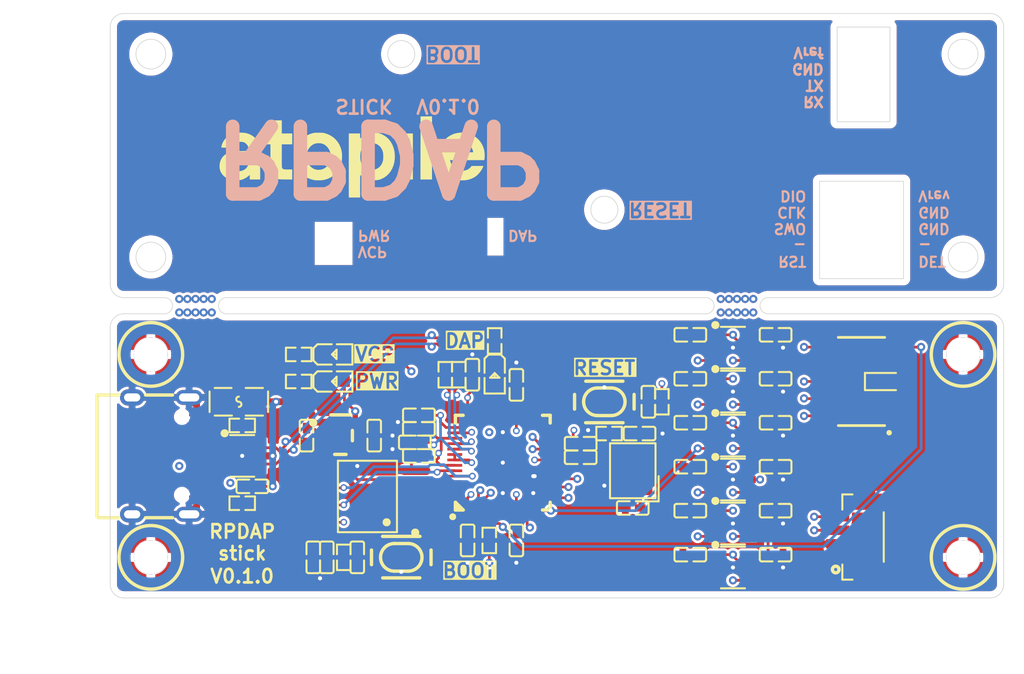
<source format=kicad_pcb>
(kicad_pcb (version 20241229) (generator "pcbnew") (generator_version "9.0")
  (layers (0 "F.Cu" signal) (4 "In1.Cu" signal) (6 "In2.Cu" signal) (2 "B.Cu" signal) (13 "F.Paste" user) (15 "B.Paste" user) (5 "F.SilkS" user "F.Silkscreen") (7 "B.SilkS" user "B.Silkscreen") (1 "F.Mask" user) (3 "B.Mask" user) (25 "Edge.Cuts" user))
  (net 0 "")
  (net 1 "power_vbus-VCC")
  (net 2 "cc[0]-line")
  (net 3 "sbu[0]-line")
  (net 4 "cc[1]-line")
  (net 5 "sbu[1]-line")
  (net 6 "TARGET_UART_TX")
  (net 7 "MOSI")
  (net 8 "SWD_DIO")
  (net 9 "power_b-VCC")
  (net 10 "XOUT")
  (net 11 "USB_P")
  (net 12 "SWD_CLK")
  (net 13 "GPIO24")
  (net 14 "VBUS")
  (net 15 "_core_power-VCC")
  (net 16 "USB_N")
  (net 17 "SCLK")
  (net 18 "TDI")
  (net 19 "GPIO23")
  (net 20 "K")
  (net 21 "GPIO7")
  (net 22 "RUN")
  (net 23 "gpio[27]-line")
  (net 24 "gpio[28]-line")
  (net 25 "analog[3]-line")
  (net 26 "TARGET_RESET")
  (net 27 "GPIO6")
  (net 28 "GPIO21")
  (net 29 "DI")
  (net 30 "TX")
  (net 31 "TARGET_SWCLK")
  (net 32 "rpdap-net")
  (net 33 "output")
  (net 34 "GPIO5")
  (net 35 "QSPI_SD2")
  (net 36 "level_shifter[2]-a-line")
  (net 37 "DO")
  (net 38 "RP_USB_N")
  (net 39 "GPIO16")
  (net 40 "level_shifter[3]-a-line")
  (net 41 "TARGET_GND_DETECT")
  (net 42 "GPIO17")
  (net 43 "MISO")
  (net 44 "level_shifter[1]-a-line")
  (net 45 "TARGET_SWDIO")
  (net 46 "TARGET_SWO")
  (net 47 "_7")
  (net 48 "GND")
  (net 49 "GPIO8")
  (net 50 "model-a-line")
  (net 51 "XIN")
  (net 52 "A")
  (net 53 "3V3")
  (net 54 "gpio[9]-line")
  (net 55 "TARGET_UART_RX")
  (net 56 "GPIO4")
  (net 57 "gpio[26]-line")
  (net 58 "clock")
  (net 59 "RX")
  (net 60 "QSPI_SD3")
  (net 61 "GPIO10")
  (net 62 "chip_select")
  (net 63 "RP_USB_P")
  (net 64 "GPIO22")
  (net 65 "GPIO13")
  (net 66 "power_indicator-cathode")
  (net 67 "vcp_indicator-cathode")
  (net 68 "anode")
  (net 69 "standoff[2]-net")
  (net 70 "standoff[0]-net")
  (net 71 "standoff[3]-net")
  (net 72 "standoff[1]-net")
  (footprint "SHOU_HAN_TYPE_C_16PIN_2MD_073:USB-C-SMD_TYPE-C-6PIN-2MD-073" (layer "F.Cu") (at 4 11.1 -90)
    (property "Reference" "USB1" (hide yes))
    (property "Value" "")
  )
  (footprint "Wuxi_I_core_Elec_AiP74LVC1T45GB236_TR:SOT-23-6_L2.9-W1.6-P0.95-LS2.8-BL" (layer "F.Cu") (at 46 6.35 -90)
    (property "Reference" "U4" (hide yes))
    (property "Value" "")
  )
  (footprint "UNI_ROYAL_0402WGF1002TCE:R0402" (layer "F.Cu") (at 13.92 3.6 180)
    (property "Reference" "R9" (hide yes))
    (property "Value" "10kΩ ±1% 62.5mW")
  )
  (footprint "UNI_ROYAL_0402WGF1001TCE:R0402" (layer "F.Cu") (at 13.92 5.6 180)
    (property "Reference" "R8" (hide yes))
    (property "Value" "1kΩ ±1% 62.5mW")
  )
  (footprint "atopile_Logo_25x6mm:atopile_Logo_25x6mm" (layer "F.Cu") (at 15 -11)
    (property "Reference" "LOGO1" (hide yes))
    (property "Value" "" (hide yes))
  )
  (footprint "FH_0402CG150J500NT:C0402" (layer "F.Cu") (at 39.1 9.45)
    (property "Reference" "C20" (hide yes))
    (property "Value" "15pF ±5% 50V C0G")
  )
  (footprint "Sinhoo_SMTSO1630MTJ:SMD_BD3.2-D2.4" (layer "F.Cu") (at 63 3.6)
    (property "Reference" "U13" (hide yes))
    (property "Value" "")
  )
  (footprint "YAGEO_RC0402FR_0727RL:R0402" (layer "F.Cu") (at 24.75 5.1 -90)
    (property "Reference" "R6" (hide yes))
    (property "Value" "27Ω ±1% 62.5mW")
  )
  (footprint "UNI_ROYAL_0402WGF1003TCE:R0402" (layer "F.Cu") (at 28 17.35 -90)
    (property "Reference" "R1" (hide yes))
    (property "Value" "100kΩ ±1% 62.5mW")
  )
  (footprint "UNI_ROYAL_0402WGF5101TCE:R0402" (layer "F.Cu") (at 9.75 14.6)
    (property "Reference" "R14" (hide yes))
    (property "Value" "5.1kΩ ±1% 62.5mW")
  )
  (footprint "Samsung_Electro_Mechanics_CL05B104KO5NNNC:C0402" (layer "F.Cu") (at 42.85 11.9 180)
    (property "Reference" "C3" (hide yes))
    (property "Value" "100nF ±10% 16V X7R")
  )
  (footprint "Samsung_Electro_Mechanics_CL05B104KO5NNNC:C0402" (layer "F.Cu") (at 19.5 9.6 -90)
    (property "Reference" "C2" (hide yes))
    (property "Value" "100nF ±10% 16V X7R")
  )
  (footprint "Yangxing_Tech_X322512MSB4SI:CRYSTAL-SMD_4P-L3.2-W2.5-BL" (layer "F.Cu") (at 38.6 12.2 90)
    (property "Reference" "X1" (hide yes))
    (property "Value" "")
  )
  (footprint "Sinhoo_SMTSO1630MTJ:SMD_BD3.2-D2.4" (layer "F.Cu") (at 3 3.6)
    (property "Reference" "U11" (hide yes))
    (property "Value" "")
  )
  (footprint "Samsung_Electro_Mechanics_CL05A105KA5NQNC:C0402" (layer "F.Cu") (at 39.749999 7.1 90)
    (property "Reference" "C30" (hide yes))
    (property "Value" "1µF ±10% 25V X5R")
  )
  (footprint "Samsung_Electro_Mechanics_CL05B104KO5NNNC:C0402" (layer "F.Cu") (at 14.5 9.6 -90)
    (property "Reference" "C1" (hide yes))
    (property "Value" "100nF ±10% 16V X7R")
  )
  (footprint "Winbond_Elec_W25Q128JVSIQ:SOIC-8_L5.3-W5.3-P1.27-LS8.0-BL" (layer "F.Cu") (at 19 14.1 90)
    (property "Reference" "U9" (hide yes))
    (property "Value" "")
  )
  (footprint "Samsung_Electro_Mechanics_CL05B104KO5NNNC:C0402" (layer "F.Cu") (at 34.75 11.2)
    (property "Reference" "C23" (hide yes))
    (property "Value" "100nF ±10% 16V X7R")
  )
  (footprint "Samsung_Electro_Mechanics_CL05B104KO5NNNC:C0402" (layer "F.Cu") (at 49.15 5.4)
    (property "Reference" "C8" (hide yes))
    (property "Value" "100nF ±10% 16V X7R")
  )
  (footprint "UNI_ROYAL_0402WGF5101TCE:R0402" (layer "F.Cu") (at 9.75 8.85)
    (property "Reference" "R13" (hide yes))
    (property "Value" "5.1kΩ ±1% 62.5mW")
  )
  (footprint "Samsung_Electro_Mechanics_CL05B104KO5NNNC:C0402" (layer "F.Cu") (at 49.15 8.65)
    (property "Reference" "C6" (hide yes))
    (property "Value" "100nF ±10% 16V X7R")
  )
  (footprint "Sinhoo_SMTSO1630MTJ:SMD_BD3.2-D2.4" (layer "F.Cu") (at 3 18.6)
    (property "Reference" "U12" (hide yes))
    (property "Value" "")
  )
  (footprint "FH_0402CG150J500NT:C0402" (layer "F.Cu") (at 38.6 14.95 180)
    (property "Reference" "C19" (hide yes))
    (property "Value" "15pF ±5% 50V C0G")
  )
  (footprint "Samsung_Electro_Mechanics_CL05B104KO5NNNC:C0402" (layer "F.Cu") (at 42.85 18.4 180)
    (property "Reference" "C11" (hide yes))
    (property "Value" "100nF ±10% 16V X7R")
  )
  (footprint "Samsung_Electro_Mechanics_CL05B104KO5NNNC:C0402" (layer "F.Cu") (at 42.85 2.15 180)
    (property "Reference" "C9" (hide yes))
    (property "Value" "100nF ±10% 16V X7R")
  )
  (footprint "Samsung_Electro_Mechanics_CL05B104KO5NNNC:C0402" (layer "F.Cu") (at 26.399999 17.35 -90)
    (property "Reference" "C26" (hide yes))
    (property "Value" "100nF ±10% 16V X7R")
  )
  (footprint "Samsung_Electro_Mechanics_CL05B104KO5NNNC:C0402" (layer "F.Cu") (at 49.15 11.9)
    (property "Reference" "C4" (hide yes))
    (property "Value" "100nF ±10% 16V X7R")
  )
  (footprint "Samsung_Electro_Mechanics_CL05B104KO5NNNC:C0402" (layer "F.Cu") (at 49.15 2.15)
    (property "Reference" "C10" (hide yes))
    (property "Value" "100nF ±10% 16V X7R")
  )
  (footprint "Samsung_Electro_Mechanics_CL05B104KO5NNNC:C0402" (layer "F.Cu") (at 30 17.35 -90)
    (property "Reference" "C27" (hide yes))
    (property "Value" "100nF ±10% 16V X7R")
  )
  (footprint "Samsung_Electro_Mechanics_CL05B104KO5NNNC:C0402" (layer "F.Cu") (at 42.85 5.4 180)
    (property "Reference" "C7" (hide yes))
    (property "Value" "100nF ±10% 16V X7R")
  )
  (footprint "Samsung_Electro_Mechanics_CL05B104KO5NNNC:C0402" (layer "F.Cu") (at 10.5 13.35 180)
    (property "Reference" "C31" (hide yes))
    (property "Value" "100nF ±10% 16V X7R")
  )
  (footprint "UNI_ROYAL_0402WGF1002TCE:R0402" (layer "F.Cu") (at 40.75 7.1 -90)
    (property "Reference" "R5" (hide yes))
    (property "Value" "10kΩ ±1% 62.5mW")
  )
  (footprint "Hubei_KENTO_Elec_Blue_light_0603:LED0603-RD" (layer "F.Cu") (at 16.5 3.6)
    (property "Reference" "LED3" (hide yes))
    (property "Value" "")
  )
  (footprint "Wuxi_I_core_Elec_AiP74LVC1T45GB236_TR:SOT-23-6_L2.9-W1.6-P0.95-LS2.8-BL" (layer "F.Cu") (at 46 16.1 -90)
    (property "Reference" "U7" (hide yes))
    (property "Value" "")
  )
  (footprint "Samsung_Electro_Mechanics_CL05A225MQ5NSNC:C0402" (layer "F.Cu") (at 22.8 9.1 180)
    (property "Reference" "C16" (hide yes))
    (property "Value" "2.2µF ±20% 6.3V X5R")
  )
  (footprint "Wuxi_I_core_Elec_AiP74LVC1T45GB236_TR:SOT-23-6_L2.9-W1.6-P0.95-LS2.8-BL" (layer "F.Cu") (at 46 12.85 -90)
    (property "Reference" "U2" (hide yes))
    (property "Value" "")
  )
  (footprint "Samsung_Electro_Mechanics_CL05B104KO5NNNC:C0402" (layer "F.Cu") (at 22.8 11.100001 180)
    (property "Reference" "C17" (hide yes))
    (property "Value" "100nF ±10% 16V X7R")
  )
  (footprint "Wuxi_I_core_Elec_AiP74LVC1T45GB236_TR:SOT-23-6_L2.9-W1.6-P0.95-LS2.8-BL" (layer "F.Cu") (at 46 19.35 -90)
    (property "Reference" "U6" (hide yes))
    (property "Value" "")
  )
  (footprint "Raspberry_Pi_RP2040:LQFN-56_L7.0-W7.0-P0.4-EP" (layer "F.Cu") (at 29 11.6 90)
    (property "Reference" "U8" (hide yes))
    (property "Value" "")
  )
  (footprint "UNI_ROYAL_0402WGF1002TCE:R0402" (layer "F.Cu") (at 17.25 18.6 90)
    (property "Reference" "R2" (hide yes))
    (property "Value" "10kΩ ±1% 62.5mW")
  )
  (footprint "Samsung_Electro_Mechanics_CL05B104KO5NNNC:C0402" (layer "F.Cu") (at 26.75 5.1 90)
    (property "Reference" "C24" (hide yes))
    (property "Value" "100nF ±10% 16V X7R")
  )
  (footprint "Samsung_Electro_Mechanics_CL05B104KO5NNNC:C0402" (layer "F.Cu") (at 49.15 15.15)
    (property "Reference" "C14" (hide yes))
    (property "Value" "100nF ±10% 16V X7R")
  )
  (footprint "Samsung_Electro_Mechanics_CL05B104KO5NNNC:C0402" (layer "F.Cu") (at 22.5 10.1 180)
    (property "Reference" "C22" (hide yes))
    (property "Value" "100nF ±10% 16V X7R")
  )
  (footprint "Samtec_FTSH_105_01_L_DV_K_TR:CONN-SMD_FTSH-105-01-L-DV-K-TR" (layer "F.Cu") (at 55.5 5.6 90)
    (property "Reference" "CN1" (hide yes))
    (property "Value" "")
  )
  (footprint "STMicroelectronics_USBLC6_2SC6:SOT-23-6_L2.9-W1.6-P0.95-LS2.8-BL" (layer "F.Cu") (at 9.75 11.1 -90)
    (property "Reference" "D1" (hide yes))
    (property "Value" "")
  )
  (footprint "Samsung_Electro_Mechanics_CL05A105KA5NQNC:C0402" (layer "F.Cu") (at 18.250001 18.6 -90)
    (property "Reference" "C15" (hide yes))
    (property "Value" "1µF ±10% 25V X5R")
  )
  (footprint "HCTL_HC_1_0_4PLT:CONN-SMD_4P-P1.00_HC-1.0-4PLT" (layer "F.Cu") (at 55 17.1 90)
    (property "Reference" "U10" (hide yes))
    (property "Value" "")
  )
  (footprint "Samsung_Electro_Mechanics_CL05A225MQ5NSNC:C0402" (layer "F.Cu") (at 22.8 8.1 180)
    (property "Reference" "C21" (hide yes))
    (property "Value" "2.2µF ±20% 6.3V X5R")
  )
  (footprint "Samsung_Electro_Mechanics_CL05B104KO5NNNC:C0402" (layer "F.Cu") (at 42.85 15.15 180)
    (property "Reference" "C13" (hide yes))
    (property "Value" "100nF ±10% 16V X7R")
  )
  (footprint "Hubei_KENTO_Elec_KT_0603R:LED0603-RD" (layer "F.Cu") (at 16.5 5.6)
    (property "Reference" "LED2" (hide yes))
    (property "Value" "")
  )
  (footprint "Hubei_KENTO_Elec_KT_0603R:LED0603-RD" (layer "F.Cu") (at 28.4 5.1 -90)
    (property "Reference" "LED1" (hide yes))
    (property "Value" "")
  )
  (footprint "UNI_ROYAL_0402WGF1001TCE:R0402" (layer "F.Cu") (at 36.85 9.45 180)
    (property "Reference" "R3" (hide yes))
    (property "Value" "1kΩ ±1% 62.5mW")
  )
  (footprint "Samsung_Electro_Mechanics_CL05B104KO5NNNC:C0402" (layer "F.Cu") (at 42.85 8.65 180)
    (property "Reference" "C5" (hide yes))
    (property "Value" "100nF ±10% 16V X7R")
  )
  (footprint "Sinhoo_SMTSO1630MTJ:SMD_BD3.2-D2.4" (layer "F.Cu") (at 63 18.6)
    (property "Reference" "U14" (hide yes))
    (property "Value" "")
  )
  (footprint "Samsung_Electro_Mechanics_CL05B104KO5NNNC:C0402" (layer "F.Cu") (at 34.749999 10.2)
    (property "Reference" "C18" (hide yes))
    (property "Value" "100nF ±10% 16V X7R")
  )
  (footprint "Wuxi_I_core_Elec_AiP74LVC1T45GB236_TR:SOT-23-6_L2.9-W1.6-P0.95-LS2.8-BL" (layer "F.Cu") (at 46 9.6 -90)
    (property "Reference" "U3" (hide yes))
    (property "Value" "")
  )
  (footprint "Wuxi_I_core_Elec_AiP74LVC1T45GB236_TR:SOT-23-6_L2.9-W1.6-P0.95-LS2.8-BL" (layer "F.Cu") (at 46 3.1 -90)
    (property "Reference" "U5" (hide yes))
    (property "Value" "")
  )
  (footprint "ALPSALPINE_SKRPACE010:KEY-SMD_4P-L4.2-W3.2-P2.20-LS4.6" (layer "F.Cu") (at 21.500001 18.6 180)
    (property "Reference" "SW1" (hide yes))
    (property "Value" "")
  )
  (footprint "UNI_ROYAL_0402WGF1002TCE:R0402" (layer "F.Cu") (at 28.4 2.6 -90)
    (property "Reference" "R4" (hide yes))
    (property "Value" "10kΩ ±1% 62.5mW")
  )
  (footprint "Samsung_Electro_Mechanics_CL05B104KO5NNNC:C0402" (layer "F.Cu") (at 49.15 18.4)
    (property "Reference" "C12" (hide yes))
    (property "Value" "100nF ±10% 16V X7R")
  )
  (footprint "Samsung_Electro_Mechanics_CL05B104KO5NNNC:C0402" (layer "F.Cu") (at 30 5.85 90)
    (property "Reference" "C25" (hide yes))
    (property "Value" "100nF ±10% 16V X7R")
  )
  (footprint "YAGEO_RC0402FR_0727RL:R0402" (layer "F.Cu") (at 25.75 5.1 -90)
    (property "Reference" "R7" (hide yes))
    (property "Value" "27Ω ±1% 62.5mW")
  )
  (footprint "ALPSALPINE_SKRPACE010:KEY-SMD_4P-L4.2-W3.2-P2.20-LS4.6" (layer "F.Cu") (at 36.499999 7.1)
    (property "Reference" "SW2" (hide yes))
    (property "Value" "")
  )
  (footprint "BHFUSE_BSMD0805_050_15V:F0805" (layer "F.Cu") (at 9.5 7.099999)
    (property "Reference" "F1" (hide yes))
    (property "Value" "")
  )
  (footprint "Samsung_Electro_Mechanics_CL05B104KO5NNNC:C0402" (layer "F.Cu") (at 16 18.6 -90)
    (property "Reference" "C29" (hide yes))
    (property "Value" "100nF ±10% 16V X7R")
  )
  (footprint "Samsung_Electro_Mechanics_CL05A225MQ5NSNC:C0402" (layer "F.Cu") (at 15.000001 18.6 -90)
    (property "Reference" "C28" (hide yes))
    (property "Value" "2.2µF ±20% 6.3V X5R")
  )
  (footprint "TECH_PUBLIC_TPAP2112K_3_3TRG1:SOT-23-5_L2.9-W1.6-P0.95-LS2.8-BR" (layer "F.Cu") (at 17 9.6 180)
    (property "Reference" "U1" (hide yes))
    (property "Value" "")
  )
  (gr_line (start 65 -21.6) (end 1 -21.6) (stroke (width 0.05)) (layer "Edge.Cuts"))
  (gr_line (start 66 -1.6) (end 66 -20.6) (stroke (width 0.05)) (layer "Edge.Cuts"))
  (gr_circle (center 3 -18.6) (end 4.1 -18.6) (stroke (width 0.05)) (fill no) (layer "Edge.Cuts"))
  (gr_arc (start 66 -1.6) (mid 65.707107 -0.892893) (end 65 -0.6) (stroke (width 0.05)) (layer "Edge.Cuts"))
  (gr_arc (start 0 -20.6) (mid 0.292893 -21.307107) (end 1 -21.6) (stroke (width 0.05)) (layer "Edge.Cuts"))
  (gr_line (start 0 1.6) (end 0 20.6) (stroke (width 0.05)) (layer "Edge.Cuts"))
  (gr_circle (center 63 -18.6) (end 64.1 -18.6) (stroke (width 0.05)) (fill no) (layer "Edge.Cuts"))
  (gr_line (start 1 -0.600001) (end 4 -0.6) (stroke (width 0.05)) (layer "Edge.Cuts"))
  (gr_arc (start 48.6 0.6) (mid 48 0) (end 48.6 -0.6) (stroke (width 0.05)) (layer "Edge.Cuts"))
  (gr_arc (start 8.6 0.6) (mid 8 0) (end 8.6 -0.6) (stroke (width 0.05)) (layer "Edge.Cuts"))
  (gr_line (start 8.6 -0.6) (end 44 -0.6) (stroke (width 0.05)) (layer "Edge.Cuts"))
  (gr_line (start 1 0.6) (end 4 0.6) (stroke (width 0.05)) (layer "Edge.Cuts"))
  (gr_line (start 1 21.6) (end 65 21.6) (stroke (width 0.05)) (layer "Edge.Cuts"))
  (gr_line (start 48.6 -0.6) (end 65 -0.6) (stroke (width 0.05)) (layer "Edge.Cuts"))
  (gr_line (start 66 20.6) (end 66 1.6) (stroke (width 0.05)) (layer "Edge.Cuts"))
  (gr_circle (center 63 -3.6) (end 64.1 -3.6) (stroke (width 0.05)) (fill no) (layer "Edge.Cuts"))
  (gr_arc (start 44 -0.6) (mid 44.6 0) (end 44 0.6) (stroke (width 0.05)) (layer "Edge.Cuts"))
  (gr_arc (start 1 21.6) (mid 0.292893 21.307107) (end 0 20.6) (stroke (width 0.05)) (layer "Edge.Cuts"))
  (gr_line (start 0 -20.6) (end 0 -1.6) (stroke (width 0.05)) (layer "Edge.Cuts"))
  (gr_arc (start 4 -0.6) (mid 4.6 0) (end 4 0.6) (stroke (width 0.05)) (layer "Edge.Cuts"))
  (gr_circle (center 36.5 -7.1) (end 36.5 -8.1) (stroke (width 0.05)) (fill no) (layer "Edge.Cuts"))
  (gr_arc (start 65 -21.6) (mid 65.707107 -21.307107) (end 66 -20.6) (stroke (width 0.05)) (layer "Edge.Cuts"))
  (gr_arc (start 0 1.6) (mid 0.292893 0.892893) (end 1 0.6) (stroke (width 0.05)) (layer "Edge.Cuts"))
  (gr_arc (start 65 0.6) (mid 65.707107 0.892893) (end 66 1.6) (stroke (width 0.05)) (layer "Edge.Cuts"))
  (gr_line (start 48.6 0.6) (end 65 0.6) (stroke (width 0.05)) (layer "Edge.Cuts"))
  (gr_arc (start 1 -0.6) (mid 0.292893 -0.892893) (end 0 -1.6) (stroke (width 0.05)) (layer "Edge.Cuts"))
  (gr_circle (center 3 -3.6) (end 4.1 -3.6) (stroke (width 0.05)) (fill no) (layer "Edge.Cuts"))
  (gr_circle (center 21.5 -18.6) (end 21.5 -19.6) (stroke (width 0.05)) (fill no) (layer "Edge.Cuts"))
  (gr_rect (start 53.7 -20.6) (end 57.6 -13.6) (stroke (width 0.05)) (fill no) (layer "Edge.Cuts"))
  (gr_arc (start 66 20.6) (mid 65.707107 21.307107) (end 65 21.6) (stroke (width 0.05)) (layer "Edge.Cuts"))
  (gr_line (start 44 0.6) (end 8.6 0.6) (stroke (width 0.05)) (layer "Edge.Cuts"))
  (gr_rect (start 52.4 -9.2) (end 58.6 -2) (stroke (width 0.05)) (fill no) (layer "Edge.Cuts"))
  (gr_text "V0.1.0" (at 9.75 20 0) (layer "F.SilkS") (effects (font (size 1 1) (thickness 0.2))))
  (gr_text "PWR" (at 18 5.6 0) (layer "F.SilkS" knockout) (effects (font (size 1 1) (thickness 0.2)) (justify left)))
  (gr_text "DAP" (at 27.75 2.6 0) (layer "F.SilkS" knockout) (effects (font (size 1 1) (thickness 0.2)) (justify right)))
  (gr_text "VCP" (at 18 3.6 0) (layer "F.SilkS" knockout) (effects (font (size 1 1) (thickness 0.2)) (justify left)))
  (gr_text "RPDAP\nstick" (at 9.75 17.5 0) (layer "F.SilkS") (effects (font (size 1 1) (thickness 0.2))))
  (gr_text "BOOT" (at 26.5 19.6 0) (layer "F.SilkS" knockout) (effects (font (size 1 1) (thickness 0.2))))
  (gr_text "RESET" (at 36.5 4.6 0) (layer "F.SilkS" knockout) (effects (font (size 1 1) (thickness 0.2))))
  (gr_text "RPDAP" (at 20 -11 180) (layer "B.SilkS") (effects (font (size 5 5) (thickness 1) (bold yes)) (justify mirror)))
  (gr_text "DAP" (at 29.3 -5.2 180) (layer "B.SilkS") (effects (font (size 0.75 0.75) (thickness 0.16)) (justify left mirror)))
  (gr_text "BOOT" (at 23.2 -18.6 180) (layer "B.SilkS" knockout) (effects (font (size 1 1) (thickness 0.2)) (justify left mirror)))
  (gr_text "VCP\nPWR" (at 18.2 -4.6 180) (layer "B.SilkS") (effects (font (size 0.75 0.75) (thickness 0.16)) (justify left mirror)))
  (gr_text "STICK" (at 18.75 -14.75 180) (layer "B.SilkS") (effects (font (size 1 1) (thickness 0.2)) (justify mirror)))
  (gr_text "RESET" (at 38.2 -7.1 180) (layer "B.SilkS" knockout) (effects (font (size 1 1) (thickness 0.2)) (justify left mirror)))
  (gr_text "RST\n-\nSWO\nCLK\nDIO" (at 51.5 -5.7 180) (layer "B.SilkS") (effects (font (size 0.75 0.75) (thickness 0.16)) (justify right mirror)))
  (gr_text "DET\n-\nGND\nGND\nVrev" (at 59.6 -5.7 180) (layer "B.SilkS") (effects (font (size 0.75 0.75) (thickness 0.16)) (justify left mirror)))
  (gr_text "RX\nTX\nGND\nVref" (at 52.8 -16.9 180) (layer "B.SilkS") (effects (font (size 0.75 0.75) (thickness 0.1875)) (justify right mirror)))
  (gr_text "V0.1.0" (at 22.5 -14.75 180) (layer "B.SilkS") (effects (font (size 1 1) (thickness 0.2)) (justify left mirror)))
  (via (at 5.7 -0.5) (size 0.6) (drill 0.3) (layers "F.Cu" "B.Cu") (net 0))
  (via (at 7.5 -0.5) (size 0.6) (drill 0.3) (layers "F.Cu" "B.Cu") (net 0))
  (via (at 47.5 -0.5) (size 0.6) (drill 0.3) (layers "F.Cu" "B.Cu") (net 0))
  (via (at 5.1 0.5) (size 0.6) (drill 0.3) (layers "F.Cu" "B.Cu") (net 0))
  (via (at 6.3 0.5) (size 0.6) (drill 0.3) (layers "F.Cu" "B.Cu") (net 0))
  (via (at 8.874999 13.1) (size 0.6) (drill 0.3) (layers "F.Cu" "B.Cu") (net 0))
  (via (at 45.7 0.5) (size 0.6) (drill 0.3) (layers "F.Cu" "B.Cu") (net 0))
  (via (at 6.9 -0.5) (size 0.6) (drill 0.3) (layers "F.Cu" "B.Cu") (net 0))
  (via (at 5.1 -0.5) (size 0.6) (drill 0.3) (layers "F.Cu" "B.Cu") (net 0))
  (via (at 46.9 -0.5) (size 0.6) (drill 0.3) (layers "F.Cu" "B.Cu") (net 0))
  (via (at 46.9 0.5) (size 0.6) (drill 0.3) (layers "F.Cu" "B.Cu") (net 0))
  (via (at 7.5 0.5) (size 0.6) (drill 0.3) (layers "F.Cu" "B.Cu") (net 0))
  (via (at 45.1 0.5) (size 0.6) (drill 0.3) (layers "F.Cu" "B.Cu") (net 0))
  (via (at 6.3 -0.5) (size 0.6) (drill 0.3) (layers "F.Cu" "B.Cu") (net 0))
  (via (at 5.7 0.5) (size 0.6) (drill 0.3) (layers "F.Cu" "B.Cu") (net 0))
  (via (at 6.9 0.5) (size 0.6) (drill 0.3) (layers "F.Cu" "B.Cu") (net 0))
  (via (at 5.1 11.85) (size 0.6) (drill 0.3) (layers "F.Cu" "B.Cu") (net 0))
  (via (at 46.3 -0.5) (size 0.6) (drill 0.3) (layers "F.Cu" "B.Cu") (net 0))
  (via (at 47.5 0.5) (size 0.6) (drill 0.3) (layers "F.Cu" "B.Cu") (net 0))
  (via (at 46.3 0.5) (size 0.6) (drill 0.3) (layers "F.Cu" "B.Cu") (net 0))
  (via (at 45.1 -0.5) (size 0.6) (drill 0.3) (layers "F.Cu" "B.Cu") (net 0))
  (via (at 45.7 -0.5) (size 0.6) (drill 0.3) (layers "F.Cu" "B.Cu") (net 0))
  (segment (start 6.38 8.7) (end 5.801364 8.7) (width 0.2) (layer "F.Cu") (net 1))
  (segment (start 5.801364 8.7) (end 5.401364 9.1) (width 0.2) (layer "F.Cu") (net 1))
  (segment (start 5.25 9.1) (end 4.25 10.1) (width 0.5) (layer "F.Cu") (net 1))
  (segment (start 4.25 10.1) (end 4.25 12.1) (width 0.5) (layer "F.Cu") (net 1))
  (segment (start 5.401364 9.1) (end 5.25 9.1) (width 0.2) (layer "F.Cu") (net 1))
  (segment (start 6.38 13.5) (end 5.801364 13.5) (width 0.2) (layer "F.Cu") (net 1))
  (segment (start 6.38 8.7) (end 7.65 8.7) (width 0.5) (layer "F.Cu") (net 1))
  (segment (start 5.801364 13.5) (end 5.401364 13.1) (width 0.2) (layer "F.Cu") (net 1))
  (segment (start 5.25 13.1) (end 4.25 12.1) (width 0.5) (layer "F.Cu") (net 1))
  (segment (start 7.65 8.7) (end 8.36 7.99) (width 0.5) (layer "F.Cu") (net 1))
  (segment (start 8.36 7.99) (end 8.36 7.1) (width 0.5) (layer "F.Cu") (net 1))
  (segment (start 5.401364 13.1) (end 5.25 13.1) (width 0.2) (layer "F.Cu") (net 1))
  (segment (start 8.4329 8.85) (end 7.4329 9.85) (width 0.2) (layer "F.Cu") (net 2))
  (segment (start 7.4329 9.85) (end 6.38 9.85) (width 0.2) (layer "F.Cu") (net 2))
  (segment (start 9.32 8.85) (end 8.4329 8.85) (width 0.2) (layer "F.Cu") (net 2))
  (segment (start 9.32 14.6) (end 7.57 12.849999) (width 0.2) (layer "F.Cu") (net 4))
  (segment (start 7.57 12.849999) (end 6.38 12.849999) (width 0.2) (layer "F.Cu") (net 4))
  (segment (start 53.74 16.6) (end 52 16.6) (width 0.2) (layer "F.Cu") (net 6))
  (segment (start 47.15 20.3) (end 46 20.3) (width 0.2) (layer "F.Cu") (net 6))
  (via (at 52 16.6) (size 0.6) (drill 0.3) (layers "F.Cu" "B.Cu") (net 6))
  (via (at 46 20.3) (size 0.6) (drill 0.3) (layers "F.Cu" "B.Cu") (net 6))
  (segment (start 32.550001 10.2) (end 31.7 10.2) (width 0.2) (layer "F.Cu") (net 8))
  (segment (start 31.7 10.2) (end 31.2 9.7) (width 0.2) (layer "F.Cu") (net 8))
  (via (at 31.2 9.7) (size 0.6) (drill 0.3) (layers "F.Cu" "B.Cu") (net 8))
  (segment (start 57.54 9.56) (end 56.75 10.35) (width 0.2) (layer "F.Cu") (net 9))
  (segment (start 50.75 20.35) (end 49.25 20.35) (width 0.2) (layer "F.Cu") (net 9))
  (segment (start 48.6 11.9) (end 47.15 11.9) (width 0.2) (layer "F.Cu") (net 9))
  (segment (start 52.5 18.6) (end 50.75 20.35) (width 0.2) (layer "F.Cu") (net 9))
  (segment (start 48.6 15.15) (end 47.15 15.15) (width 0.2) (layer "F.Cu") (net 9))
  (segment (start 53.74 18.6) (end 52.5 18.6) (width 0.2) (layer "F.Cu") (net 9))
  (segment (start 48.6 18.4) (end 48.6 10.35) (width 0.2) (layer "F.Cu") (net 9))
  (segment (start 56.75 10.35) (end 48.6 10.35) (width 0.2) (layer "F.Cu") (net 9))
  (segment (start 48.6 8.65) (end 47.15 8.65) (width 0.2) (layer "F.Cu") (net 9))
  (segment (start 48.600001 19.700001) (end 48.600001 18.4) (width 0.2) (layer "F.Cu") (net 9))
  (segment (start 48.6 2.15) (end 47.15 2.15) (width 0.2) (layer "F.Cu") (net 9))
  (segment (start 48.6 18.4) (end 47.15 18.4) (width 0.2) (layer "F.Cu") (net 9))
  (segment (start 57.54 8.14) (end 57.54 9.56) (width 0.2) (layer "F.Cu") (net 9))
  (segment (start 48.6 5.4) (end 47.15 5.4) (width 0.2) (layer "F.Cu") (net 9))
  (segment (start 49.25 20.35) (end 48.600001 19.700001) (width 0.2) (layer "F.Cu") (net 9))
  (segment (start 48.6 18.4) (end 48.6 2.15) (width 0.2) (layer "F.Cu") (net 9))
  (segment (start 36.42 11.48) (end 36.42 9.45) (width 0.2) (layer "F.Cu") (net 10))
  (segment (start 32.55 11.799999) (end 36.100001 11.8) (width 0.2) (layer "F.Cu") (net 10))
  (segment (start 36.100001 11.8) (end 36.42 11.48) (width 0.2) (layer "F.Cu") (net 10))
  (segment (start 11.17 12.05) (end 10.9 12.05) (width 0.2) (layer "F.Cu") (net 11))
  (segment (start 24.75 4.242499) (end 25.025 3.967499) (width 0.2) (layer "F.Cu") (net 11))
  (segment (start 12.248944 11.701) (end 11.519 11.701) (width 0.2) (layer "F.Cu") (net 11))
  (segment (start 6.38 10.85) (end 7.25 10.85) (width 0.2) (layer "F.Cu") (net 11))
  (segment (start 13.267678 10.650521) (end 12.601001 11.317198) (width 0.2) (layer "F.Cu") (net 11))
  (segment (start 7.25 11.85) (end 6.38 11.850001) (width 0.2) (layer "F.Cu") (net 11))
  (segment (start 13.550521 10.650521) (end 13.267678 10.650521) (width 0.2) (layer "F.Cu") (net 11))
  (segment (start 7.25 10.85) (end 7.5 11.1) (width 0.2) (layer "F.Cu") (net 11))
  (segment (start 8.6 12.05) (end 7.45 12.05) (width 0.2) (layer "F.Cu") (net 11))
  (segment (start 7.5 11.1) (end 7.5 11.599999) (width 0.2) (layer "F.Cu") (net 11))
  (segment (start 7.5 11.599999) (end 7.25 11.85) (width 0.2) (layer "F.Cu") (net 11))
  (segment (start 12.601001 11.348943) (end 12.248944 11.701) (width 0.2) (layer "F.Cu") (net 11))
  (segment (start 25.025 3.693198) (end 24.156803 2.825001) (width 0.2) (layer "F.Cu") (net 11))
  (segment (start 8.6 12.05) (end 10.900001 12.05) (width 0.2) (layer "F.Cu") (net 11))
  (segment (start 7.45 12.05) (end 7.25 11.85) (width 0.2) (layer "F.Cu") (net 11))
  (segment (start 25.025 3.967499) (end 25.025 3.693198) (width 0.2) (layer "F.Cu") (net 11))
  (segment (start 24.156803 2.825001) (end 23.949999 2.825001) (width 0.2) (layer "F.Cu") (net 11))
  (segment (start 11.519 11.701) (end 11.17 12.05) (width 0.2) (layer "F.Cu") (net 11))
  (segment (start 23.949999 2.825001) (end 23.75 3.025) (width 0.2) (layer "F.Cu") (net 11))
  (segment (start 12.601001 11.317198) (end 12.601001 11.348943) (width 0.2) (layer "F.Cu") (net 11))
  (segment (start 24.75 4.67) (end 24.75 4.242499) (width 0.2) (layer "F.Cu") (net 11))
  (via (at 23.75 3.025) (size 0.6) (drill 0.3) (layers "F.Cu" "B.Cu") (net 11))
  (via (at 13.550521 10.650521) (size 0.6) (drill 0.3) (layers "F.Cu" "B.Cu") (net 11))
  (segment (start 23.550001 2.825001) (end 21.093197 2.825001) (width 0.2) (layer "B.Cu") (net 11))
  (segment (start 21.093197 2.825001) (end 13.550521 10.367678) (width 0.2) (layer "B.Cu") (net 11))
  (segment (start 23.75 3.025) (end 23.550001 2.825001) (width 0.2) (layer "B.Cu") (net 11))
  (segment (start 13.550521 10.367678) (end 13.550521 10.650521) (width 0.2) (layer "B.Cu") (net 11))
  (segment (start 32.55 10.6) (end 31.2 10.6) (width 0.2) (layer "F.Cu") (net 12))
  (via (at 31.2 10.6) (size 0.6) (drill 0.3) (layers "F.Cu" "B.Cu") (net 12))
  (segment (start 12.000001 11.1) (end 10.9 11.1) (width 0.53) (layer "F.Cu") (net 14))
  (segment (start 14 7.1) (end 14.899999 7.999999) (width 0.5) (layer "F.Cu") (net 14))
  (segment (start 11.05 13.35) (end 12 13.35) (width 0.2) (layer "F.Cu") (net 14))
  (segment (start 14.899999 7.999999) (end 14.899999 8.65) (width 0.5) (layer "F.Cu") (net 14))
  (segment (start 16.8 8.65) (end 15.9 8.65) (width 0.2) (layer "F.Cu") (net 14))
  (segment (start 12.25 7.1) (end 14 7.1) (width 0.5) (layer "F.Cu") (net 14))
  (segment (start 14.5 9.05) (end 14.9 8.65) (width 0.4) (layer "F.Cu") (net 14))
  (segment (start 17 8.85) (end 16.8 8.65) (width 0.2) (layer "F.Cu") (net 14))
  (segment (start 17 10.35) (end 17 8.85) (width 0.2) (layer "F.Cu") (net 14))
  (segment (start 14.9 8.65) (end 15.9 8.65) (width 0.4) (layer "F.Cu") (net 14))
  (segment (start 15.9 10.55) (end 16.8 10.55) (width 0.2) (layer "F.Cu") (net 14))
  (segment (start 12.25 7.1) (end 10.64 7.1) (width 0.5) (layer "F.Cu") (net 14))
  (segment (start 16.8 10.55) (end 17 10.35) (width 0.2) (layer "F.Cu") (net 14))
  (via (at 12.000001 11.1) (size 0.6) (drill 0.3) (layers "F.Cu" "B.Cu") (net 14))
  (via (at 12 13.35) (size 0.6) (drill 0.3) (layers "F.Cu" "B.Cu") (net 14))
  (via (at 12.25 7.1) (size 0.6) (drill 0.3) (layers "F.Cu" "B.Cu") (net 14))
  (segment (start 12.000001 11.1) (end 12 7.35) (width 0.5) (layer "B.Cu") (net 14))
  (segment (start 12.000001 11.1) (end 12 13.35) (width 0.5) (layer "B.Cu") (net 14))
  (segment (start 12 7.35) (end 12.25 7.1) (width 0.5) (layer "B.Cu") (net 14))
  (segment (start 24.451 10.063703) (end 24.181148 9.793851) (width 0.2) (layer "F.Cu") (net 15))
  (segment (start 24.4 11.8) (end 24.049999 11.45) (width 0.2) (layer "F.Cu") (net 15))
  (segment (start 34.2 10.2) (end 34.2 9.25) (width 0.2) (layer "F.Cu") (net 15))
  (segment (start 34.2 9.25) (end 34.25 9.2) (width 0.2) (layer "F.Cu") (net 15))
  (segment (start 24.049999 11.45) (end 24.25 11.25) (width 0.2) (layer "F.Cu") (net 15))
  (segment (start 33.3 11) (end 34.1 10.2) (width 0.2) (layer "F.Cu") (net 15))
  (segment (start 24.049999 11.45) (end 23.7 11.100001) (width 0.2) (layer "F.Cu") (net 15))
  (segment (start 23.7 11.100001) (end 23.35 11.1) (width 0.2) (layer "F.Cu") (net 15))
  (segment (start 23.475 9.1) (end 24.175 9.8) (width 0.2) (layer "F.Cu") (net 15))
  (segment (start 32.55 11) (end 33.3 11) (width 0.2) (layer "F.Cu") (net 15))
  (segment (start 23.35 9.1) (end 23.475 9.1) (width 0.2) (layer "F.Cu") (net 15))
  (segment (start 24.175 9.8) (end 24.45 9.8) (width 0.2) (layer "F.Cu") (net 15))
  (segment (start 24.25 11.25) (end 24.25 10.9) (width 0.2) (layer "F.Cu") (net 15))
  (segment (start 24.25 10.9) (end 24.451 10.699) (width 0.2) (layer "F.Cu") (net 15))
  (segment (start 25.45 11.799999) (end 24.450001 11.8) (width 0.2) (layer "F.Cu") (net 15))
  (segment (start 24.450001 11.8) (end 24.4 11.8) (width 0.2) (layer "F.Cu") (net 15))
  (segment (start 34.1 10.2) (end 34.2 10.2) (width 0.2) (layer "F.Cu") (net 15))
  (segment (start 24.45 9.8) (end 25.45 9.8) (width 0.2) (layer "F.Cu") (net 15))
  (segment (start 24.451 10.699) (end 24.451 10.063703) (width 0.2) (layer "F.Cu") (net 15))
  (via (at 34.25 9.2) (size 0.5) (drill 0.3) (layers "F.Cu" "B.Cu") (net 15))
  (via (at 24.25 10.9) (size 0.5) (drill 0.3) (layers "F.Cu" "B.Cu") (net 15))
  (segment (start 12.949479 10.332322) (end 12.515872 10.765929) (width 0.2) (layer "F.Cu") (net 16))
  (segment (start 5.25 10.6) (end 5.25 11.1) (width 0.2) (layer "F.Cu") (net 16))
  (segment (start 25.75 4.242499) (end 25.475 3.967499) (width 0.2) (layer "F.Cu") (net 16))
  (segment (start 24.343197 2.374999) (end 23.949999 2.374999) (width 0.2) (layer "F.Cu") (net 16))
  (segment (start 23.949999 2.374999) (end 23.75 2.175) (width 0.2) (layer "F.Cu") (net 16))
  (segment (start 12.949479 10.049479) (end 12.949479 10.332322) (width 0.2) (layer "F.Cu") (net 16))
  (segment (start 11.17 10.15) (end 10.9 10.15) (width 0.2) (layer "F.Cu") (net 16))
  (segment (start 12.248944 10.499) (end 11.519 10.499) (width 0.2) (layer "F.Cu") (net 16))
  (segment (start 11.519 10.499) (end 11.17 10.15) (width 0.2) (layer "F.Cu") (net 16))
  (segment (start 5.5 11.35) (end 6.38 11.35) (width 0.2) (layer "F.Cu") (net 16))
  (segment (start 8.6 10.15) (end 10.900001 10.15) (width 0.2) (layer "F.Cu") (net 16))
  (segment (start 25.475 3.506802) (end 24.343197 2.374999) (width 0.2) (layer "F.Cu") (net 16))
  (segment (start 7.7 10.15) (end 8.6 10.15) (width 0.2) (layer "F.Cu") (net 16))
  (segment (start 12.515872 10.765929) (end 12.248944 10.499) (width 0.2) (layer "F.Cu") (net 16))
  (segment (start 6.38 10.349999) (end 5.5 10.349999) (width 0.2) (layer "F.Cu") (net 16))
  (segment (start 25.75 4.67) (end 25.75 4.242499) (width 0.2) (layer "F.Cu") (net 16))
  (segment (start 5.5 10.349999) (end 5.25 10.6) (width 0.2) (layer "F.Cu") (net 16))
  (segment (start 5.25 11.1) (end 5.5 11.35) (width 0.2) (layer "F.Cu") (net 16))
  (segment (start 6.38 10.349999) (end 7.5 10.35) (width 0.2) (layer "F.Cu") (net 16))
  (segment (start 25.475 3.967499) (end 25.475 3.506802) (width 0.2) (layer "F.Cu") (net 16))
  (segment (start 7.5 10.35) (end 7.7 10.15) (width 0.2) (layer "F.Cu") (net 16))
  (via (at 12.949479 10.049479) (size 0.6) (drill 0.3) (layers "F.Cu" "B.Cu") (net 16))
  (via (at 23.75 2.175) (size 0.6) (drill 0.3) (layers "F.Cu" "B.Cu") (net 16))
  (segment (start 20.906803 2.374999) (end 13.232322 10.049479) (width 0.2) (layer "B.Cu") (net 16))
  (segment (start 23.550001 2.374999) (end 20.906803 2.374999) (width 0.2) (layer "B.Cu") (net 16))
  (segment (start 23.75 2.175) (end 23.550001 2.374999) (width 0.2) (layer "B.Cu") (net 16))
  (segment (start 13.232322 10.049479) (end 12.949479 10.049479) (width 0.2) (layer "B.Cu") (net 16))
  (segment (start 28.4 4.300001) (end 28.4 3.03) (width 0.2) (layer "F.Cu") (net 20))
  (segment (start 40.75 7.53) (end 39.87 7.53) (width 0.25) (layer "F.Cu") (net 22))
  (segment (start 39.75 7.65) (end 39.12 7.65) (width 0.25) (layer "F.Cu") (net 22))
  (segment (start 34.4 8.17) (end 38.6 8.17) (width 0.25) (layer "F.Cu") (net 22))
  (segment (start 33.5 9.6) (end 33.500001 8.8) (width 0.2) (layer "F.Cu") (net 22))
  (segment (start 33.3 9.8) (end 33.5 9.6) (width 0.2) (layer "F.Cu") (net 22))
  (segment (start 32.55 9.8) (end 33.3 9.8) (width 0.2) (layer "F.Cu") (net 22))
  (segment (start 33.500001 8.8) (end 34.13 8.17) (width 0.2) (layer "F.Cu") (net 22))
  (segment (start 39.87 7.53) (end 39.75 7.65) (width 0.25) (layer "F.Cu") (net 22))
  (segment (start 34.13 8.17) (end 34.4 8.17) (width 0.2) (layer "F.Cu") (net 22))
  (segment (start 39.12 7.65) (end 38.6 8.17) (width 0.25) (layer "F.Cu") (net 22))
  (segment (start 53.47 3.06) (end 51.26 3.06) (width 0.2) (layer "F.Cu") (net 26))
  (segment (start 47.15 4.05) (end 46 4.05) (width 0.2) (layer "F.Cu") (net 26))
  (segment (start 51.26 3.06) (end 51.25 3.05) (width 0.2) (layer "F.Cu") (net 26))
  (via (at 51.25 3.05) (size 0.6) (drill 0.3) (layers "F.Cu" "B.Cu") (net 26))
  (via (at 46 4.05) (size 0.6) (drill 0.3) (layers "F.Cu" "B.Cu") (net 26))
  (segment (start 24.254 12.854) (end 18.254 12.853999) (width 0.2) (layer "F.Cu") (net 29))
  (segment (start 25.449999 13) (end 24.4 13) (width 0.2) (layer "F.Cu") (net 29))
  (segment (start 17.6 12.2) (end 15.47 12.2) (width 0.2) (layer "F.Cu") (net 29))
  (segment (start 24.4 13) (end 24.254 12.854) (width 0.2) (layer "F.Cu") (net 29))
  (segment (start 18.254 12.853999) (end 17.6 12.2) (width 0.2) (layer "F.Cu") (net 29))
  (segment (start 27.2 16.3) (end 26.8 15.9) (width 0.2) (layer "F.Cu") (net 30))
  (segment (start 44.849999 20.3) (end 28.050001 20.3) (width 0.2) (layer "F.Cu") (net 30))
  (segment (start 27.2 19.45) (end 27.2 16.3) (width 0.2) (layer "F.Cu") (net 30))
  (segment (start 28.050001 20.3) (end 27.2 19.45) (width 0.2) (layer "F.Cu") (net 30))
  (segment (start 26.8 15.9) (end 26.8 15.15) (width 0.2) (layer "F.Cu") (net 30))
  (segment (start 53.47 6.87) (end 51.27 6.87) (width 0.2) (layer "F.Cu") (net 31))
  (segment (start 47.15 10.55) (end 46 10.55) (width 0.2) (layer "F.Cu") (net 31))
  (segment (start 51.27 6.87) (end 51.25 6.85) (width 0.2) (layer "F.Cu") (net 31))
  (via (at 46 10.55) (size 0.6) (drill 0.3) (layers "F.Cu" "B.Cu") (net 31))
  (via (at 51.25 6.85) (size 0.6) (drill 0.3) (layers "F.Cu" "B.Cu") (net 31))
  (segment (start 38.08 9.92) (end 38.55 9.45) (width 0.25) (layer "F.Cu") (net 33))
  (segment (start 37.75 11.1) (end 37.75 9.92) (width 0.25) (layer "F.Cu") (net 33))
  (segment (start 37.75 9.92) (end 37.28 9.45) (width 0.25) (layer "F.Cu") (net 33))
  (segment (start 37.75 9.92) (end 38.08 9.92) (width 0.25) (layer "F.Cu") (net 33))
  (segment (start 25.45 13.4) (end 24.3 13.4) (width 0.2) (layer "F.Cu") (net 35))
  (segment (start 24.23 13.47) (end 22.53 13.47) (width 0.2) (layer "F.Cu") (net 35))
  (segment (start 24.3 13.4) (end 24.23 13.47) (width 0.2) (layer "F.Cu") (net 35))
  (segment (start 32.55 13.4) (end 33.85 13.4) (width 0.2) (layer "F.Cu") (net 36))
  (segment (start 44.85 7.3) (end 43.4 7.3) (width 0.2) (layer "F.Cu") (net 36))
  (via (at 33.85 13.4) (size 0.6) (drill 0.3) (layers "F.Cu" "B.Cu") (net 36))
  (via (at 43.4 7.3) (size 0.6) (drill 0.3) (layers "F.Cu" "B.Cu") (net 36))
  (segment (start 23.77 14.73) (end 22.53 14.73) (width 0.2) (layer "F.Cu") (net 37))
  (segment (start 25.45 13.8) (end 24.7 13.8) (width 0.2) (layer "F.Cu") (net 37))
  (segment (start 24.7 13.8) (end 23.77 14.73) (width 0.2) (layer "F.Cu") (net 37))
  (segment (start 25.75 5.957501) (end 25.45 6.257501) (width 0.2) (layer "F.Cu") (net 38))
  (segment (start 25.45 6.257501) (end 25.45 6.45) (width 0.2) (layer "F.Cu") (net 38))
  (segment (start 25.45 6.45) (end 25.6 6.6) (width 0.2) (layer "F.Cu") (net 38))
  (segment (start 25.449999 10.2) (end 26.535463 10.2) (width 0.2) (layer "F.Cu") (net 38))
  (segment (start 26.535463 10.2) (end 26.685463 10.05) (width 0.2) (layer "F.Cu") (net 38))
  (segment (start 25.75 5.53) (end 25.75 5.957501) (width 0.2) (layer "F.Cu") (net 38))
  (via (at 26.685463 10.05) (size 0.5) (drill 0.3) (layers "F.Cu" "B.Cu") (net 38))
  (via (at 25.6 6.6) (size 0.5) (drill 0.3) (layers "F.Cu" "B.Cu") (net 38))
  (segment (start 26.132844 10.2) (end 25.45 9.517156) (width 0.2) (layer "B.Cu") (net 38))
  (segment (start 25.45 6.75) (end 25.6 6.6) (width 0.2) (layer "B.Cu") (net 38))
  (segment (start 26.535463 10.2) (end 26.132844 10.2) (width 0.2) (layer "B.Cu") (net 38))
  (segment (start 25.45 9.517156) (end 25.45 6.75) (width 0.2) (layer "B.Cu") (net 38))
  (segment (start 26.685463 10.05) (end 26.535463 10.2) (width 0.2) (layer "B.Cu") (net 38))
  (segment (start 32.550001 13) (end 33.35 13) (width 0.2) (layer "F.Cu") (net 40))
  (segment (start 44.85 4.05) (end 43.4 4.05) (width 0.2) (layer "F.Cu") (net 40))
  (segment (start 33.55 12.8) (end 34.5 12.8) (width 0.2) (layer "F.Cu") (net 40))
  (segment (start 33.45 12.9) (end 33.55 12.8) (width 0.2) (layer "F.Cu") (net 40))
  (segment (start 33.35 13) (end 33.45 12.9) (width 0.2) (layer "F.Cu") (net 40))
  (via (at 43.4 4.05) (size 0.6) (drill 0.3) (layers "F.Cu" "B.Cu") (net 40))
  (via (at 34.5 12.8) (size 0.6) (drill 0.3) (layers "F.Cu" "B.Cu") (net 40))
  (segment (start 59.9 3.05) (end 59.6 3.05) (width 0.2) (layer "F.Cu") (net 41))
  (segment (start 28 16.92) (end 28 15.15) (width 0.2) (layer "F.Cu") (net 41))
  (segment (start 59.59 3.06) (end 57.54 3.06) (width 0.2) (layer "F.Cu") (net 41))
  (segment (start 28.75 16.1) (end 29 16.35) (width 0.2) (layer "F.Cu") (net 41))
  (segment (start 59.6 3.05) (end 59.59 3.06) (width 0.2) (layer "F.Cu") (net 41))
  (segment (start 28 16.1) (end 28.75 16.1) (width 0.2) (layer "F.Cu") (net 41))
  (segment (start 28 16.92) (end 28 16.1) (width 0.2) (layer "F.Cu") (net 41))
  (via (at 59.9 3.05) (size 0.6) (drill 0.3) (layers "F.Cu" "B.Cu") (net 41))
  (via (at 29 16.35) (size 0.6) (drill 0.3) (layers "F.Cu" "B.Cu") (net 41))
  (segment (start 30.449 17.799) (end 52.701 17.799) (width 0.2) (layer "B.Cu") (net 41))
  (segment (start 52.701 17.799) (end 53.2 17.3) (width 0.2) (layer "B.Cu") (net 41))
  (segment (start 53.2 17.3) (end 59.9 10.6) (width 0.2) (layer "B.Cu") (net 41))
  (segment (start 29 16.35) (end 30.449 17.799) (width 0.2) (layer "B.Cu") (net 41))
  (segment (start 59.9 10.6) (end 59.9 3.05) (width 0.2) (layer "B.Cu") (net 41))
  (segment (start 31.600001 15.15) (end 32.55 15.15) (width 0.2) (layer "F.Cu") (net 44))
  (segment (start 44.85 10.549999) (end 43.4 10.55) (width 0.2) (layer "F.Cu") (net 44))
  (via (at 43.4 10.55) (size 0.6) (drill 0.3) (layers "F.Cu" "B.Cu") (net 44))
  (via (at 32.55 15.15) (size 0.6) (drill 0.3) (layers "F.Cu" "B.Cu") (net 44))
  (segment (start 38.8 15.150001) (end 43.4 10.55) (width 0.2) (layer "B.Cu") (net 44))
  (segment (start 32.55 15.15) (end 38.8 15.150001) (width 0.2) (layer "B.Cu") (net 44))
  (segment (start 47.15 13.8) (end 46 13.8) (width 0.2) (layer "F.Cu") (net 45))
  (segment (start 51.26 8.14) (end 51.25 8.15) (width 0.2) (layer "F.Cu") (net 45))
  (segment (start 53.47 8.14) (end 51.26 8.14) (width 0.2) (layer "F.Cu") (net 45))
  (via (at 51.25 8.15) (size 0.6) (drill 0.3) (layers "F.Cu" "B.Cu") (net 45))
  (via (at 46 13.8) (size 0.6) (drill 0.3) (layers "F.Cu" "B.Cu") (net 45))
  (segment (start 53.47 5.6) (end 51.25 5.6) (width 0.2) (layer "F.Cu") (net 46))
  (segment (start 47.15 7.3) (end 46 7.3) (width 0.2) (layer "F.Cu") (net 46))
  (via (at 46 7.3) (size 0.6) (drill 0.3) (layers "F.Cu" "B.Cu") (net 46))
  (via (at 51.25 5.6) (size 0.6) (drill 0.3) (layers "F.Cu" "B.Cu") (net 46))
  (segment (start 61.399 2.851) (end 61.399 4.349) (width 0.2) (layer "F.Cu") (net 48))
  (segment (start 35.3 10.2) (end 35.3 9.2) (width 0.2) (layer "F.Cu") (net 48))
  (segment (start 3.749 20.201) (end 4.16 19.79) (width 0.2) (layer "F.Cu") (net 48))
  (segment (start 6.38 14.3) (end 6.38 14.87) (width 0.5) (layer "F.Cu") (net 48))
  (segment (start 61.81 4.76) (end 62.251 5.201) (width 0.2) (layer "F.Cu") (net 48))
  (segment (start 42.299999 2.15) (end 42.3 2.62) (width 0.2) (layer "F.Cu") (net 48))
  (segment (start 1.399 19.349) (end 1.399 17.851) (width 0.2) (layer "F.Cu") (net 48))
  (segment (start 49.700001 18.4) (end 49.7 19.35) (width 0.2) (layer "F.Cu") (net 48))
  (segment (start 64.16 19.79) (end 64.601 19.349) (width 0.2) (layer "F.Cu") (net 48))
  (segment (start 15.5 19.15) (end 16 19.15) (width 0.25) (layer "F.Cu") (net 48))
  (segment (start 1.81 4.76) (end 1.399 4.349) (width 0.2) (layer "F.Cu") (net 48))
  (segment (start 42.78 6.35) (end 44.85 6.35) (width 0.2) (layer "F.Cu") (net 48))
  (segment (start 38.05 14.95) (end 38.05 13.6) (width 0.25) (layer "F.Cu") (net 48))
  (segment (start 42.299999 18.4) (end 42.3 18.87) (width 0.2) (layer "F.Cu") (net 48))
  (segment (start 44.85 19.35) (end 46 19.35) (width 0.2) (layer "F.Cu") (net 48))
  (segment (start 42.3 15.62) (end 42.78 16.1) (width 0.2) (layer "F.Cu") (net 48))
  (segment (start 49.700001 11.9) (end 49.7 12.85) (width 0.2) (layer "F.Cu") (net 48))
  (segment (start 2.251 16.999) (end 3.749 16.999) (width 0.2) (layer "F.Cu") (net 48))
  (segment (start 44.85 12.85) (end 46 12.85) (width 0.2) (layer "F.Cu") (net 48))
  (segment (start 3.55 5.4) (end 4.16 4.79) (width 0.2) (layer "F.Cu") (net 48))
  (segment (start 1.399 2.851) (end 1.84 2.41) (width 0.2) (layer "F.Cu") (net 48))
  (segment (start 22.53 12.2) (end 18.6 12.200001) (width 0.2) (layer "F.Cu") (net 48))
  (segment (start 63.749 5.201) (end 64.16 4.79) (width 0.2) (layer "F.Cu") (net 48))
  (segment (start 42.3 9.12) (end 42.78 9.6) (width 0.2) (layer "F.Cu") (net 48))
  (segment (start 1.81 4.76) (end 2.45 5.4) (width 0.2) (layer "F.Cu") (net 48))
  (segment (start 49.700001 8.65) (end 49.7 9.6) (width 0.2) (layer "F.Cu") (net 48))
  (segment (start 42.299999 8.65) (end 42.3 9.12) (width 0.2) (layer "F.Cu") (net 48))
  (segment (start 3.749 1.999) (end 4.19 2.44) (width 0.2) (layer "F.Cu") (net 48))
  (segment (start 9.75 11.1) (end 8.599999 11.1) (width 0.53) (layer "F.Cu") (net 48))
  (segment (start 42.78 12.85) (end 44.85 12.85) (width 0.2) (layer "F.Cu") (net 48))
  (segment (start 22.25 8.6) (end 22.25 8.1) (width 0.2) (layer "F.Cu") (net 48))
  (segment (start 22.25 8.6) (end 21.25 8.6) (width 0.2) (layer "F.Cu") (net 48))
  (segment (start 42.299999 15.15) (end 42.3 15.62) (width 0.2) (layer "F.Cu") (net 48))
  (segment (start 39.45 9.65) (end 39.65 9.45) (width 0.25) (layer "F.Cu") (net 48))
  (segment (start 61.81 19.76) (end 62.251 20.201) (width 0.2) (layer "F.Cu") (net 48))
  (segment (start 6.38 7.9) (end 6.38 7.33) (width 0.5) (layer "F.Cu") (net 48))
  (segment (start 18.88 19.15) (end 19.4 19.67) (width 0.25) (layer "F.Cu") (net 48))
  (segment (start 63.749 1.999) (end 64.19 2.44) (width 0.2) (layer "F.Cu") (net 48))
  (segment (start 4.601 19.349) (end 4.601 17.851) (width 0.2) (layer "F.Cu") (net 48))
  (segment (start 36.5 6.03) (end 38.6 6.03) (width 0.25) (layer "F.Cu") (net 48))
  (segment (start 64.601 17.851) (end 64.19 17.44) (width 0.2) (layer "F.Cu") (net 48))
  (segment (start 35.3 11.2) (end 35.3 10.2) (width 0.2) (layer "F.Cu") (net 48))
  (segment (start 15 19.15) (end 15.5 19.15) (width 0.25) (layer "F.Cu") (net 48))
  (segment (start 4.19 2.44) (end 4.8 3.05) (width 0.2) (layer "F.Cu") (net 48))
  (segment (start 30 17.9) (end 30 19) (width 0.2) (layer "F.Cu") (net 48))
  (segment (start 61.84 2.41) (end 61.399 2.851) (width 0.2) (layer "F.Cu") (net 48))
  (segment (start 44.85 16.1) (end 46 16.1) (width 0.2) (layer "F.Cu") (net 48))
  (segment (start 37.75 13.3) (end 36.499999 13.3) (width 0.25) (layer "F.Cu") (net 48))
  (segment (start 62.45 16.8) (end 63.55 16.8) (width 0.2) (layer "F.Cu") (net 48))
  (segment (start 26.75 2.85) (end 27.43 2.17) (width 0.2) (layer "F.Cu") (net 48))
  (segment (start 18.6 12.200001) (end 18.25 11.85) (width 0.2) (layer "F.Cu") (net 48))
  (segment (start 27.43 2.17) (end 28.4 2.17) (width 0.2) (layer "F.Cu") (net 48))
  (segment (start 61.84 17.41) (end 61.399 17.851) (width 0.2) (layer "F.Cu") (net 48))
  (segment (start 44.85 3.1) (end 46 3.1) (width 0.2) (layer "F.Cu") (net 48))
  (segment (start 49.700001 2.15) (end 49.7 3.1) (width 0.2) (layer "F.Cu") (net 48))
  (segment (start 6.38 14.87) (end 5.83 15.42) (width 0.5) (layer "F.Cu") (net 48))
  (segment (start 22.53 12.2) (end 22.25 12.2) (width 0.2) (layer "F.Cu") (net 48))
  (segment (start 1.84 2.41) (end 2.251 1.999) (width 0.2) (layer "F.Cu") (net 48))
  (segment (start 64.601 4.349) (end 64.601 2.851) (width 0.2) (layer "F.Cu") (net 48))
  (segment (start 26.4 17.9) (end 26.4 19) (width 0.2) (layer "F.Cu") (net 48))
  (segment (start 42.299999 5.4) (end 42.3 5.87) (width 0.2) (layer "F.Cu") (net 48))
  (segment (start 21.5 19.67) (end 19.4 19.67) (width 0.25) (layer "F.Cu") (net 48))
  (segment (start 22.25 10.1) (end 22.25 8.6) (width 0.2) (layer "F.Cu") (net 48))
  (segment (start 61.84 2.41) (end 62.251 1.999) (width 0.2) (layer "F.Cu") (net 48))
  (segment (start 39.449999 11.1) (end 39.45 9.65) (width 0.25) (layer "F.Cu") (net 48))
  (segment (start 22.25 10.6) (end 20.85 10.6) (width 0.2) (layer "F.Cu") (net 48))
  (segment (start 22.25 12.2) (end 22.25 11.1) (width 0.2) (layer "F.Cu") (net 48))
  (segment (start 22.25 9.6) (end 20.85 9.6) (width 0.2) (layer "F.Cu") (net 48))
  (segment (start 4.8 4.15) (end 4.16 4.79) (width 0.2) (layer "F.Cu") (net 48))
  (segment (start 64.16 4.79) (end 64.601 4.349) (width 0.2) (layer "F.Cu") (net 48))
  (segment (start 2.251 1.999) (end 3.749 1.999) (width 0.2) (layer "F.Cu") (net 48))
  (segment (start 62.251 1.999) (end 63.749 1.999) (width 0.2) (layer "F.Cu") (net 48))
  (segment (start 42.78 3.1) (end 44.85 3.1) (width 0.2) (layer "F.Cu") (net 48))
  (segment (start 2.251 20.201) (end 3.749 20.201) (width 0.2) (layer "F.Cu") (net 48))
  (segment (start 2.45 5.4) (end 3.55 5.4) (width 0.2) (layer "F.Cu") (net 48))
  (segment (start 26.75 4.55) (end 26.75 3.6) (width 0.2) (layer "F.Cu") (net 48))
  (segment (start 15.5 19.15) (end 15.499999 20.15) (width 0.25) (layer "F.Cu") (net 48))
  (segment (start 4.601 17.851) (end 4.19 17.44) (width 0.2) (layer "F.Cu") (net 48))
  (segment (start 61.84 17.41) (end 62.45 16.8) (width 0.2) (layer "F.Cu") (net 48))
  (segment (start 42.3 5.87) (end 42.78 6.35) (width 0.2) (layer "F.Cu") (net 48))
  (segment (start 39.75 6.55) (end 39.12 6.55) (width 0.25) (layer "F.Cu") (net 48))
  (segment (start 18.25 19.15) (end 18.88 19.15) (width 0.25) (layer "F.Cu") (net 48))
  (segment (start 61.399 19.349) (end 61.81 19.76) (width 0.2) (layer "F.Cu") (net 48))
  (segment (start 22.25 10.6) (end 22.25 10.1) (width 0.2) (layer "F.Cu") (net 48))
  (segment (start 1.81 19.76) (end 2.251 20.201) (width 0.2) (layer "F.Cu") (net 48))
  (segment (start 42.3 18.87) (end 42.78 19.35) (width 0.2) (layer "F.Cu") (net 48))
  (segment (start 1.81 19.76) (end 1.399 19.349) (width 0.2) (layer "F.Cu") (net 48))
  (segment (start 39.12 6.55) (end 38.6 6.03) (width 0.25) (layer "F.Cu") (net 48))
  (segment (start 42.3 12.37) (end 42.78 12.85) (width 0.2) (layer "F.Cu") (net 48))
  (segment (start 32.55 12.6) (end 31.35 12.6) (width 0.2) (layer "F.Cu") (net 48))
  (segment (start 64.601 19.349) (end 64.601 17.851) (width 0.2) (layer "F.Cu") (net 48))
  (segment (start 49.700001 5.4) (end 49.7 6.35) (width 0.2) (layer "F.Cu") (net 48))
  (segment (start 64.601 2.851) (end 64.19 2.44) (width 0.2) (layer "F.Cu") (net 48))
  (segment (start 49.700001 15.15) (end 49.7 16.1) (width 0.2) (layer "F.Cu") (net 48))
  (segment (start 42.299999 11.9) (end 42.3 12.37) (width 0.2) (layer "F.Cu") (net 48))
  (segment (start 44.85 6.35) (end 46 6.35) (width 0.2) (layer "F.Cu") (net 48))
  (segment (start 38.05 13.6) (end 37.75 13.3) (width 0.25) (layer "F.Cu") (net 48))
  (segment (start 3.749 16.999) (end 4.19 17.44) (width 0.2) (layer "F.Cu") (net 48))
  (segment (start 1.399 4.349) (end 1.399 2.851) (width 0.2) (layer "F.Cu") (net 48))
  (segment (start 26.75 3.6) (end 26.75 2.85) (width 0.2) (layer "F.Cu") (net 48))
  (segment (start 42.78 9.6) (end 44.85 9.6) (width 0.2) (layer "F.Cu") (net 48))
  (segment (start 22.25 11.1) (end 22.25 10.6) (width 0.2) (layer "F.Cu") (net 48))
  (segment (start 4.8 3.05) (end 4.8 4.15) (width 0.2) (layer "F.Cu") (net 48))
  (segment (start 42.78 19.35) (end 44.85 19.35) (width 0.2) (layer "F.Cu") (net 48))
  (segment (start 30 5.3) (end 30 4.2) (width 0.2) (layer "F.Cu") (net 48))
  (segment (start 62.251 20.201) (end 63.749 20.201) (width 0.2) (layer "F.Cu") (net 48))
  (segment (start 63.55 16.8) (end 64.19 17.44) (width 0.2) (layer "F.Cu") (net 48))
  (segment (start 39.65 9.45) (end 40.8 9.449999) (width 0.25) (layer "F.Cu") (net 48))
  (segment (start 63.749 20.201) (end 64.16 19.79) (width 0.2) (layer "F.Cu") (net 48))
  (segment (start 34.4 6.03) (end 36.5 6.03) (width 0.25) (layer "F.Cu") (net 48))
  (segment (start 44.85 9.6) (end 46 9.6) (width 0.2) (layer "F.Cu") (net 48))
  (segment (start 23.6 19.67) (end 21.5 19.67) (width 0.25) (layer "F.Cu") (net 48))
  (segment (start 42.78 16.1) (end 44.85 16.1) (width 0.2) (layer "F.Cu") (net 48))
  (segment (start 4.16 19.79) (end 4.601 19.349) (width 0.2) (layer "F.Cu") (net 48))
  (segment (start 6.38 7.33) (end 5.83 6.78) (width 0.5) (layer "F.Cu") (net 48))
  (segment (start 42.3 2.62) (end 42.78 3.1) (width 0.2) (layer "F.Cu") (net 48))
  (segment (start 1.399 17.851) (end 1.84 17.41) (width 0.2) (layer "F.Cu") (net 48))
  (segment (start 61.399 17.851) (end 61.399 19.349) (width 0.2) (layer "F.Cu") (net 48))
  (segment (start 1.84 17.41) (end 2.251 16.999) (width 0.2) (layer "F.Cu") (net 48))
  (segment (start 62.251 5.201) (end 63.749 5.201) (width 0.2) (layer "F.Cu") (net 48))
  (segment (start 61.399 4.349) (end 61.81 4.76) (width 0.2) (layer "F.Cu") (net 48))
  (via (at 46 16.1) (size 0.6) (drill 0.3) (layers "F.Cu" "B.Cu") (net 48))
  (via (at 29 11.6) (size 0.5) (drill 0.3) (layers "F.Cu" "B.Cu") (net 48))
  (via (at 30 4.2) (size 0.5) (drill 0.3) (layers "F.Cu" "B.Cu") (net 48))
  (via (at 49.7 19.35) (size 0.6) (drill 0.3) (layers "F.Cu" "B.Cu") (net 48))
  (via (at 49.7 16.1) (size 0.6) (drill 0.3) (layers "F.Cu" "B.Cu") (net 48))
  (via (at 49.7 6.35) (size 0.6) (drill 0.3) (layers "F.Cu" "B.Cu") (net 48))
  (via (at 36.499999 13.3) (size 0.5) (drill 0.3) (layers "F.Cu" "B.Cu") (net 48))
  (via (at 31.25 12.6) (size 0.6) (drill 0.3) (layers "F.Cu" "B.Cu") (net 48))
  (via (at 46 12.85) (size 0.6) (drill 0.3) (layers "F.Cu" "B.Cu") (net 48))
  (via (at 26.75 3.6) (size 0.5) (drill 0.3) (layers "F.Cu" "B.Cu") (net 48))
  (via (at 31.25 13.85) (size 0.6) (drill 0.3) (layers "F.Cu" "B.Cu") (net 48))
  (via (at 20.85 9.6) (size 0.5) (drill 0.3) (layers "F.Cu" "B.Cu") (net 48))
  (via (at 21.5 19.67) (size 0.5) (drill 0.3) (layers "F.Cu" "B.Cu") (net 48))
  (via (at 30 19) (size 0.5) (drill 0.3) (layers "F.Cu" "B.Cu") (net 48))
  (via (at 9.75 11.1) (size 0.6) (drill 0.3) (layers "F.Cu" "B.Cu") (net 48))
  (via (at 29 9.35) (size 0.6) (drill 0.3) (layers "F.Cu" "B.Cu") (net 48))
  (via (at 26.4 19) (size 0.5) (drill 0.3) (layers "F.Cu" "B.Cu") (net 48))
  (via (at 49.7 9.6) (size 0.6) (drill 0.3) (layers "F.Cu" "B.Cu") (net 48))
  (via (at 40.8 9.449999) (size 0.5) (drill 0.3) (layers "F.Cu" "B.Cu") (net 48))
  (via (at 35.3 9.2) (size 0.5) (drill 0.3) (layers "F.Cu" "B.Cu") (net 48))
  (via (at 18.25 11.85) (size 0.5) (drill 0.3) (layers "F.Cu" "B.Cu") (net 48))
  (via (at 46 3.1) (size 0.6) (drill 0.3) (layers "F.Cu" "B.Cu") (net 48))
  (via (at 31.35 12.6) (size 0.5) (drill 0.3) (layers "F.Cu" "B.Cu") (net 48))
  (via (at 46 9.6) (size 0.6) (drill 0.3) (layers "F.Cu" "B.Cu") (net 48))
  (via (at 15.499999 20.15) (size 0.5) (drill 0.3) (layers "F.Cu" "B.Cu") (net 48))
  (via (at 46 19.35) (size 0.6) (drill 0.3) (layers "F.Cu" "B.Cu") (net 48))
  (via (at 20.85 10.6) (size 0.5) (drill 0.3) (layers "F.Cu" "B.Cu") (net 48))
  (via (at 49.7 3.1) (size 0.6) (drill 0.3) (layers "F.Cu" "B.Cu") (net 48))
  (via (at 49.7 12.85) (size 0.6) (drill 0.3) (layers "F.Cu" "B.Cu") (net 48))
  (via (at 21.25 8.6) (size 0.5) (drill 0.3) (layers "F.Cu" "B.Cu") (net 48))
  (via (at 36.5 6.03) (size 0.5) (drill 0.3) (layers "F.Cu" "B.Cu") (net 48))
  (via (at 29 13.85) (size 0.6) (drill 0.3) (layers "F.Cu" "B.Cu") (net 48))
  (via (at 46 6.35) (size 0.6) (drill 0.3) (layers "F.Cu" "B.Cu") (net 48))
  (segment (start 44.85 13.799999) (end 43.4 13.8) (width 0.2) (layer "F.Cu") (net 50))
  (segment (start 33.85 14.200001) (end 32.55 14.200001) (width 0.2) (layer "F.Cu") (net 50))
  (via (at 43.4 13.8) (size 0.6) (drill 0.3) (layers "F.Cu" "B.Cu") (net 50))
  (via (at 33.85 14.200001) (size 0.6) (drill 0.3) (layers "F.Cu" "B.Cu") (net 50))
  (segment (start 38.6 12.2) (end 38.65 12.25) (width 0.2) (layer "F.Cu") (net 51))
  (segment (start 39.45 13.05) (end 38.65 12.25) (width 0.25) (layer "F.Cu") (net 51))
  (segment (start 32.55 12.2) (end 38.6 12.2) (width 0.2) (layer "F.Cu") (net 51))
  (segment (start 39.449999 13.3) (end 39.45 13.05) (width 0.25) (layer "F.Cu") (net 51))
  (segment (start 39.15 13.6) (end 39.449999 13.3) (width 0.25) (layer "F.Cu") (net 51))
  (segment (start 39.15 14.95) (end 39.15 13.6) (width 0.25) (layer "F.Cu") (net 51))
  (segment (start 28.4 8.05) (end 28.4 5.9) (width 0.2) (layer "F.Cu") (net 52))
  (segment (start 46.849943 9.6) (end 46 8.750057) (width 0.2) (layer "F.Cu") (net 53))
  (segment (start 25.45 8.999999) (end 24.8 9) (width 0.2) (layer "F.Cu") (net 53))
  (segment (start 16.45 18.05) (end 16.654 18.254) (width 0.25) (layer "F.Cu") (net 53))
  (segment (start 24.4 8.6) (end 24.4 8.1) (width 0.2) (layer "F.Cu") (net 53))
  (segment (start 26.25 9) (end 25.45 8.999999) (width 0.2) (layer "F.Cu") (net 53))
  (segment (start 47.150001 9.6) (end 46.849943 9.6) (width 0.2) (layer "F.Cu") (net 53))
  (segment (start 46.849943 3.1) (end 46 2.250057) (width 0.2) (layer "F.Cu") (net 53))
  (segment (start 16.654 18.954) (end 16.73 19.03) (width 0.25) (layer "F.Cu") (net 53))
  (segment (start 24.8 9) (end 24.4 8.6) (width 0.2) (layer "F.Cu") (net 53))
  (segment (start 44.85 18.400001) (end 46 18.4) (width 0.2) (layer "F.Cu") (net 53))
  (segment (start 30 15.15) (end 30 13.95) (width 0.2) (layer "F.Cu") (net 53))
  (segment (start 26.399 6.601) (end 26.399 6.8) (width 0.2) (layer "F.Cu") (net 53))
  (segment (start 44.85 5.399999) (end 46 5.4) (width 0.2) (layer "F.Cu") (net 53))
  (segment (start 43.4 15.15) (end 44.85 15.15) (width 0.2) (layer "F.Cu") (net 53))
  (segment (start 15 18.05) (end 15 16.01) (width 0.25) (layer "F.Cu") (net 53))
  (segment (start 46 18.500057) (end 46 18.4) (width 0.2) (layer "F.Cu") (net 53))
  (segment (start 43.4 5.4) (end 44.85 5.4) (width 0.2) (layer "F.Cu") (net 53))
  (segment (start 26.4 14.2) (end 26.65 13.95) (width 0.2) (layer "F.Cu") (net 53))
  (segment (start 16 18.05) (end 16.45 18.05) (width 0.25) (layer "F.Cu") (net 53))
  (segment (start 26.4 8.85) (end 26.25 9) (width 0.2) (layer "F.Cu") (net 53))
  (segment (start 47.15 3.099999) (end 46.849943 3.1) (width 0.2) (layer "F.Cu") (net 53))
  (segment (start 18.1 8.65) (end 19.1 8.65) (width 0.4) (layer "F.Cu") (net 53))
  (segment (start 28 17.78) (end 28 19) (width 0.2) (layer "F.Cu") (net 53))
  (segment (start 17.3 5.6) (end 17.3 7) (width 0.2) (layer "F.Cu") (net 53))
  (segment (start 15 18.05) (end 16 18.05) (width 0.25) (layer "F.Cu") (net 53))
  (segment (start 19.1 8.65) (end 19.5 9.05) (width 0.4) (layer "F.Cu") (net 53))
  (segment (start 26.651285 9.4) (end 26.701114 9.350171) (width 0.2) (layer "F.Cu") (net 53))
  (segment (start 43.4 2.15) (end 44.85 2.15) (width 0.2) (layer "F.Cu") (net 53))
  (segment (start 30 8.05) (end 30 9.25) (width 0.2) (layer "F.Cu") (net 53))
  (segment (start 16.73 19.03) (end 17.25 19.03) (width 0.25) (layer "F.Cu") (net 53))
  (segment (start 18.1 8.65) (end 18.1 7.8) (width 0.4) (layer "F.Cu") (net 53))
  (segment (start 33.7 11.2) (end 34.2 11.2) (width 0.2) (layer "F.Cu") (net 53))
  (segment (start 32.55 11.400001) (end 33.5 11.4) (width 0.2) (layer "F.Cu") (net 53))
  (segment (start 43.4 11.9) (end 44.85 11.9) (width 0.2) (layer "F.Cu") (net 53))
  (segment (start 26.5 11.400001) (end 26.699999 11.6) (width 0.2) (layer "F.Cu") (net 53))
  (segment (start 43.4 8.65) (end 44.85 8.65) (width 0.2) (layer "F.Cu") (net 53))
  (segment (start 26.4 16.8) (end 26.399999 15.15) (width 0.2) (layer "F.Cu") (net 53))
  (segment (start 44.85 2.149999) (end 46 2.15) (width 0.2) (layer "F.Cu") (net 53))
  (segment (start 23.05 10.1) (end 23.708065 10.1) (width 0.2) (layer "F.Cu") (net 53))
  (segment (start 44.849999 8.65) (end 46 8.65) (width 0.2) (layer "F.Cu") (net 53))
  (segment (start 23.35 8.1) (end 24.4 8.1) (width 0.2) (layer "F.Cu") (net 53))
  (segment (start 17.3 7) (end 18.1 7.8) (width 0.2) (layer "F.Cu") (net 53))
  (segment (start 25.45 9.4) (end 26.651285 9.4) (width 0.2) (layer "F.Cu") (net 53))
  (segment (start 33.5 11.4) (end 33.7 11.2) (width 0.2) (layer "F.Cu") (net 53))
  (segment (start 47.150001 19.35) (end 46.849943 19.35) (width 0.2) (layer "F.Cu") (net 53))
  (segment (start 26.399999 8.05) (end 26.4 8.85) (width 0.2) (layer "F.Cu") (net 53))
  (segment (start 32.55 11.400001) (end 31.35 11.400001) (width 0.2) (layer "F.Cu") (net 53))
  (segment (start 26.75 5.65) (end 26.75 6.25) (width 0.2) (layer "F.Cu") (net 53))
  (segment (start 30 16.8) (end 30 15.15) (width 0.2) (layer "F.Cu") (net 53))
  (segment (start 15.47 16.01) (end 17.24 16.01) (width 0.2) (layer "F.Cu") (net 53))
  (segment (start 26.399999 15.15) (end 26.4 14.2) (width 0.2) (layer "F.Cu") (net 53))
  (segment (start 26.75 6.25) (end 26.399 6.601) (width 0.2) (layer "F.Cu") (net 53))
  (segment (start 44.85 15.150001) (end 46 15.15) (width 0.2) (layer "F.Cu") (net 53))
  (segment (start 40.75 6.67) (end 40.75 5.75) (width 0.2) (layer "F.Cu") (net 53))
  (segment (start 17.24 16.01) (end 17.25 16) (width 0.2) (layer "F.Cu") (net 53))
  (segment (start 23.708065 10.1) (end 23.9 10.291935) (width 0.2) (layer "F.Cu") (net 53))
  (segment (start 30 8.05) (end 30 6.4) (width 0.2) (layer "F.Cu") (net 53))
  (segment (start 25.45 11.400001) (end 26.5 11.400001) (width 0.2) (layer "F.Cu") (net 53))
  (segment (start 43.4 18.4) (end 44.85 18.4) (width 0.2) (layer "F.Cu") (net 53))
  (segment (start 15 16.01) (end 15.47 16.01) (width 0.25) (layer "F.Cu") (net 53))
  (segment (start 26.399 6.8) (end 26.399 8.05) (width 0.2) (layer "F.Cu") (net 53))
  (segment (start 25.45 9.4) (end 25.45 8.999999) (width 0.2) (layer "F.Cu") (net 53))
  (segment (start 46.849943 19.35) (end 46 18.500057) (width 0.2) (layer "F.Cu") (net 53))
  (segment (start 46 2.250057) (end 46 2.15) (width 0.2) (layer "F.Cu") (net 53))
  (segment (start 16.654 18.254) (end 16.654 18.954) (width 0.25) (layer "F.Cu") (net 53))
  (segment (start 25.45 11) (end 25.45 11.400001) (width 0.2) (layer "F.Cu") (net 53))
  (segment (start 44.85 11.900001) (end 46 11.9) (width 0.2) (layer "F.Cu") (net 53))
  (segment (start 46 8.750057) (end 46 8.65) (width 0.2) (layer "F.Cu") (net 53))
  (via (at 30 13.95) (size 0.5) (drill 0.3) (layers "F.Cu" "B.Cu") (net 53))
  (via (at 46 2.15) (size 0.6) (drill 0.3) (layers "F.Cu" "B.Cu") (net 53))
  (via (at 46 11.9) (size 0.6) (drill 0.3) (layers "F.Cu" "B.Cu") (net 53))
  (via (at 46 15.15) (size 0.6) (drill 0.3) (layers "F.Cu" "B.Cu") (net 53))
  (via (at 26.65 13.95) (size 0.5) (drill 0.3) (layers "F.Cu" "B.Cu") (net 53))
  (via (at 46 5.4) (size 0.6) (drill 0.3) (layers "F.Cu" "B.Cu") (net 53))
  (via (at 30 9.25) (size 0.5) (drill 0.3) (layers "F.Cu" "B.Cu") (net 53))
  (via (at 46 8.65) (size 0.6) (drill 0.3) (layers "F.Cu" "B.Cu") (net 53))
  (via (at 28 19) (size 0.6) (drill 0.3) (layers "F.Cu" "B.Cu") (net 53))
  (via (at 40.75 5.75) (size 0.5) (drill 0.3) (layers "F.Cu" "B.Cu") (net 53))
  (via (at 26.701114 9.350171) (size 0.5) (drill 0.3) (layers "F.Cu" "B.Cu") (net 53))
  (via (at 46 18.4) (size 0.6) (drill 0.3) (layers "F.Cu" "B.Cu") (net 53))
  (via (at 18.1 7.8) (size 0.6) (drill 0.3) (layers "F.Cu" "B.Cu") (net 53))
  (via (at 23.9 10.291935) (size 0.5) (drill 0.3) (layers "F.Cu" "B.Cu") (net 53))
  (via (at 26.399 6.8) (size 0.5) (drill 0.3) (layers "F.Cu" "B.Cu") (net 53))
  (via (at 24.4 8.1) (size 0.5) (drill 0.3) (layers "F.Cu" "B.Cu") (net 53))
  (via (at 26.699999 11.6) (size 0.5) (drill 0.3) (layers "F.Cu" "B.Cu") (net 53))
  (via (at 17.25 16) (size 0.5) (drill 0.3) (layers "F.Cu" "B.Cu") (net 53))
  (via (at 31.35 11.400001) (size 0.5) (drill 0.3) (layers "F.Cu" "B.Cu") (net 53))
  (segment (start 26.699999 11.6) (end 26.208065 11.6) (width 0.2) (layer "B.Cu") (net 53))
  (segment (start 24.4 9.791935) (end 24.4 8.1) (width 0.2) (layer "B.Cu") (net 53))
  (segment (start 23.9 10.291935) (end 24.4 9.791935) (width 0.2) (layer "B.Cu") (net 53))
  (segment (start 26.208065 11.6) (end 24.4 9.791935) (width 0.2) (layer "B.Cu") (net 53))
  (segment (start 30.8 16.2) (end 31 16.4) (width 0.2) (layer "F.Cu") (net 54))
  (segment (start 47.150001 12.85) (end 48 12.85) (width 0.2) (layer "F.Cu") (net 54))
  (segment (start 30.8 15.15) (end 30.8 16.2) (width 0.2) (layer "F.Cu") (net 54))
  (via (at 48 12.85) (size 0.6) (drill 0.3) (layers "F.Cu" "B.Cu") (net 54))
  (via (at 31 16.4) (size 0.6) (drill 0.3) (layers "F.Cu" "B.Cu") (net 54))
  (segment (start 53.74 15.6) (end 52 15.6) (width 0.2) (layer "F.Cu") (net 55))
  (segment (start 47.15 17.05) (end 46 17.05) (width 0.2) (layer "F.Cu") (net 55))
  (via (at 46 17.05) (size 0.6) (drill 0.3) (layers "F.Cu" "B.Cu") (net 55))
  (via (at 52 15.6) (size 0.6) (drill 0.3) (layers "F.Cu" "B.Cu") (net 55))
  (segment (start 25.45 12.6) (end 26.75 12.6) (width 0.2) (layer "F.Cu") (net 58))
  (segment (start 17.23 13.47) (end 17.25 13.45) (width 0.2) (layer "F.Cu") (net 58))
  (segment (start 15.47 13.47) (end 17.23 13.47) (width 0.2) (layer "F.Cu") (net 58))
  (via (at 26.75 12.6) (size 0.5) (drill 0.3) (layers "F.Cu" "B.Cu") (net 58))
  (via (at 17.25 13.45) (size 0.5) (drill 0.3) (layers "F.Cu" "B.Cu") (net 58))
  (segment (start 19.447 11.902999) (end 23.5 11.903) (width 0.2) (layer "B.Cu") (net 58))
  (segment (start 24.653 11.753) (end 25.5 12.6) (width 0.2) (layer "B.Cu") (net 58))
  (segment (start 23.5 11.903) (end 23.65 11.753) (width 0.2) (layer "B.Cu") (net 58))
  (segment (start 17.9 13.45) (end 19.447 11.902999) (width 0.2) (layer "B.Cu") (net 58))
  (segment (start 25.5 12.6) (end 26.75 12.6) (width 0.2) (layer "B.Cu") (net 58))
  (segment (start 17.25 13.45) (end 17.9 13.45) (width 0.2) (layer "B.Cu") (net 58))
  (segment (start 23.65 11.753) (end 24.653 11.753) (width 0.2) (layer "B.Cu") (net 58))
  (segment (start 27.2 13.766543) (end 27.330927 13.635616) (width 0.2) (layer "F.Cu") (net 59))
  (segment (start 43.4 17.05) (end 44.85 17.049999) (width 0.2) (layer "F.Cu") (net 59))
  (segment (start 27.2 15.15) (end 27.2 13.766543) (width 0.2) (layer "F.Cu") (net 59))
  (via (at 43.4 17.05) (size 0.6) (drill 0.3) (layers "F.Cu" "B.Cu") (net 59))
  (via (at 27.330927 13.635616) (size 0.6) (drill 0.3) (layers "F.Cu" "B.Cu") (net 59))
  (segment (start 25.45 12.2) (end 24.254 12.2) (width 0.2) (layer "F.Cu") (net 60))
  (segment (start 24.254 12.2) (end 24.15 12.304) (width 0.2) (layer "F.Cu") (net 60))
  (segment (start 15.47 14.73) (end 17.245 14.73) (width 0.2) (layer "F.Cu") (net 60))
  (segment (start 17.245 14.73) (end 17.25 14.725) (width 0.2) (layer "F.Cu") (net 60))
  (via (at 17.25 14.725) (size 0.5) (drill 0.3) (layers "F.Cu" "B.Cu") (net 60))
  (via (at 24.15 12.304) (size 0.5) (drill 0.3) (layers "F.Cu" "B.Cu") (net 60))
  (segment (start 24.15 12.304) (end 19.671 12.304) (width 0.2) (layer "B.Cu") (net 60))
  (segment (start 17.25 14.725) (end 19.671 12.304) (width 0.2) (layer "B.Cu") (net 60))
  (segment (start 17.25 18.17) (end 18.13 18.17) (width 0.25) (layer "F.Cu") (net 62))
  (segment (start 23.6 17.53) (end 22.53 17.53) (width 0.25) (layer "F.Cu") (net 62))
  (segment (start 22.53 16.01) (end 23.09 16.01) (width 0.2) (layer "F.Cu") (net 62))
  (segment (start 18.88 18.05) (end 19.4 17.53) (width 0.25) (layer "F.Cu") (net 62))
  (segment (start 19.4 17.53) (end 23.6 17.53) (width 0.25) (layer "F.Cu") (net 62))
  (segment (start 18.13 18.17) (end 18.25 18.05) (width 0.25) (layer "F.Cu") (net 62))
  (segment (start 23.09 16.01) (end 24.9 14.2) (width 0.2) (layer "F.Cu") (net 62))
  (segment (start 22.53 17.53) (end 22.53 16.01) (width 0.25) (layer "F.Cu") (net 62))
  (segment (start 24.9 14.2) (end 25.45 14.200001) (width 0.2) (layer "F.Cu") (net 62))
  (segment (start 18.25 18.05) (end 18.88 18.05) (width 0.25) (layer "F.Cu") (net 62))
  (segment (start 24.75 5.53) (end 24.75 5.957501) (width 0.2) (layer "F.Cu") (net 63))
  (segment (start 25.05 6.45) (end 24.9 6.6) (width 0.2) (layer "F.Cu") (net 63))
  (segment (start 26.535463 10.6) (end 26.685463 10.75) (width 0.2) (layer "F.Cu") (net 63))
  (segment (start 25.45 10.6) (end 26.535463 10.6) (width 0.2) (layer "F.Cu") (net 63))
  (segment (start 24.75 5.957501) (end 25.05 6.257501) (width 0.2) (layer "F.Cu") (net 63))
  (segment (start 25.05 6.257501) (end 25.05 6.45) (width 0.2) (layer "F.Cu") (net 63))
  (via (at 26.685463 10.75) (size 0.5) (drill 0.3) (layers "F.Cu" "B.Cu") (net 63))
  (via (at 24.9 6.6) (size 0.5) (drill 0.3) (layers "F.Cu" "B.Cu") (net 63))
  (segment (start 26.535463 10.6) (end 25.967156 10.6) (width 0.2) (layer "B.Cu") (net 63))
  (segment (start 25.05 9.682844) (end 25.05 6.75) (width 0.2) (layer "B.Cu") (net 63))
  (segment (start 26.685463 10.75) (end 26.535463 10.6) (width 0.2) (layer "B.Cu") (net 63))
  (segment (start 25.05 6.75) (end 24.9 6.6) (width 0.2) (layer "B.Cu") (net 63))
  (segment (start 25.967156 10.6) (end 25.05 9.682844) (width 0.2) (layer "B.Cu") (net 63))
  (segment (start 14.442837 5.593678) (end 15.693678 5.593678) (width 0.2) (layer "F.Cu") (net 66))
  (segment (start 15.693678 5.593678) (end 15.7 5.6) (width 0.2) (layer "F.Cu") (net 66))
  (segment (start 14.32 3.6) (end 15.7 3.6) (width 0.2) (layer "F.Cu") (net 67))
  (segment (start 27.6 14.334316) (end 28.107825 13.826491) (width 0.2) (layer "F.Cu") (net 68))
  (segment (start 27.6 15.150001) (end 27.6 14.334316) (width 0.2) (layer "F.Cu") (net 68))
  (segment (start 21 3.6) (end 22.25 4.85) (width 0.2) (layer "F.Cu") (net 68))
  (segment (start 17.3 3.6) (end 21 3.6) (width 0.2) (layer "F.Cu") (net 68))
  (via (at 22.25 4.85) (size 0.6) (drill 0.3) (layers "F.Cu" "B.Cu") (net 68))
  (via (at 28.107825 13.826491) (size 0.6) (drill 0.3) (layers "F.Cu" "B.Cu") (net 68))
  (via (at 28 9.35) (size 0.6) (drill 0.3) (layers "F.Cu" "B.Cu") (net 68))
  (zone (net 48) (net_name "GND") (layers "F.Cu" "B.Cu") (priority 1) (connect_pads (clearance 0.2)) (min_thickness 0.2) (fill yes (thermal_gap 0.2) (thermal_bridge_width 0.5))
    (polygon (pts (xy -1 -0.6) (xy -1 -22.6) (xy 67.5 -22.6) (xy 67.5 -0.6)))
  )
  (zone (net 48) (net_name "GND") (layers "F.Cu" "B.Cu") (priority 1) (connect_pads (clearance 0.2)) (min_thickness 0.2) (fill yes (thermal_gap 0.2) (thermal_bridge_width 0.5))
    (polygon (pts (xy -1 0.6) (xy -1 22.6) (xy 67.5 22.6) (xy 67.5 0.6)))
  )
  (zone (net 0) (net_name "") (layers "F.Cu" "B.Cu" "In1.Cu" "In2.Cu") (connect_pads (clearance 0)) (min_thickness 0.2)
    (keepout (tracks not_allowed) (vias not_allowed) (pads not_allowed) (copperpour not_allowed) (footprints not_allowed))
    (fill (thermal_gap 0.2) (thermal_bridge_width 0.5))
    (polygon (pts (xy 27.85 -3.7) (xy 27.85 -6.5) (xy 29.05 -6.5) (xy 29.05 -3.7)))
  )
  (zone (net 0) (net_name "") (layers "F.Cu" "B.Cu" "In1.Cu" "In2.Cu") (connect_pads (clearance 0)) (min_thickness 0.2)
    (keepout (tracks not_allowed) (vias not_allowed) (pads not_allowed) (copperpour not_allowed) (footprints not_allowed))
    (fill (thermal_gap 0.2) (thermal_bridge_width 0.5))
    (polygon (pts (xy 15.1 -3) (xy 15.1 -6.2) (xy 17.9 -6.2) (xy 17.9 -3)))
  )
)
</source>
